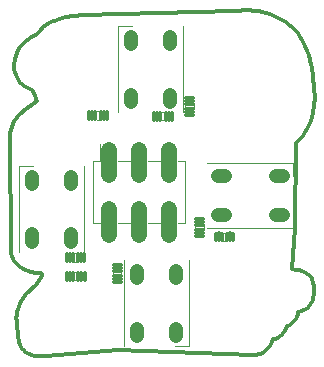
<source format=gbr>
%TF.GenerationSoftware,KiCad,Pcbnew,8.0.0*%
%TF.CreationDate,2024-03-08T11:25:02-06:00*%
%TF.ProjectId,untitled,756e7469-746c-4656-942e-6b696361645f,rev?*%
%TF.SameCoordinates,Original*%
%TF.FileFunction,Soldermask,Bot*%
%TF.FilePolarity,Negative*%
%FSLAX46Y46*%
G04 Gerber Fmt 4.6, Leading zero omitted, Abs format (unit mm)*
G04 Created by KiCad (PCBNEW 8.0.0) date 2024-03-08 11:25:02*
%MOMM*%
%LPD*%
G01*
G04 APERTURE LIST*
%ADD10C,0.119990*%
%ADD11C,1.000000*%
%ADD12C,0.279400*%
%ADD13C,0.900000*%
%ADD14C,1.315090*%
%ADD15C,0.516890*%
%ADD16C,0.358140*%
%ADD17C,1.216030*%
%ADD18C,0.375920*%
G04 APERTURE END LIST*
D10*
X4166770Y16458790D02*
X4166770Y17898800D01*
X4166770Y16458790D02*
X3596770Y16458790D01*
X3596770Y11258780D02*
X3596770Y16458790D01*
X6706770Y16458790D02*
X5686780Y16458790D01*
X9246770Y16458790D02*
X8226780Y16458790D01*
X11336780Y16458790D02*
X10766780Y16458790D01*
X11336780Y11258780D02*
X11336780Y16458790D01*
X4166770Y11258780D02*
X3596770Y11258780D01*
X6706770Y11258780D02*
X5686780Y11258780D01*
X9246770Y11258780D02*
X8226780Y11258780D01*
X11336780Y11258780D02*
X10766780Y11258780D01*
X11386770Y21010960D02*
X11386770Y21226630D01*
X12106780Y21010960D02*
X12106780Y21226630D01*
X9398940Y20638800D02*
X9614610Y20638800D01*
X9398940Y19918780D02*
X9614610Y19918780D01*
X12956770Y10956620D02*
X12956770Y10740950D01*
X12236780Y10956620D02*
X12236780Y10740950D01*
X5986780Y7076620D02*
X5986780Y6860950D01*
X5266770Y7076620D02*
X5266770Y6860950D01*
X14844600Y9698790D02*
X14628930Y9698790D01*
X14844600Y10418780D02*
X14628930Y10418780D01*
X2234620Y6378780D02*
X2018940Y6378780D01*
X2234620Y7098790D02*
X2018940Y7098790D01*
X3898950Y20708800D02*
X4114620Y20708800D01*
X3898950Y19988780D02*
X4114620Y19988780D01*
X2224610Y7938800D02*
X2008940Y7938800D01*
X2224610Y8658780D02*
X2008940Y8658780D01*
X11216770Y27918790D02*
X11216770Y20618780D01*
X5716780Y27918790D02*
X5716780Y20618780D01*
X6866760Y27918790D02*
X5716780Y27918790D01*
X20536760Y10858780D02*
X13236780Y10858780D01*
X20536760Y16358790D02*
X13236780Y16358790D01*
X20536760Y15208780D02*
X20536760Y16358790D01*
X6186780Y798780D02*
X6186780Y8098790D01*
X11686770Y798780D02*
X11686770Y8098790D01*
X10536780Y798780D02*
X11686770Y798780D01*
X2836770Y16068780D02*
X2836770Y8768790D01*
X-2663220Y16068780D02*
X-2663220Y8768790D01*
X-1513230Y16068780D02*
X-2663220Y16068780D01*
D11*
X4926740Y15308810D02*
X4926740Y17458820D01*
X4926740Y10258810D02*
X4926740Y12408810D01*
X7466740Y15308810D02*
X7466740Y17458820D01*
X7466740Y10258810D02*
X7466740Y12408810D01*
X10006740Y15308810D02*
X10006740Y17458820D01*
X10006740Y10258810D02*
X10006740Y12408810D01*
D12*
X11576580Y21598790D02*
X11916940Y21598790D01*
X11576580Y21738490D02*
X11916940Y21738490D01*
X11576580Y21459090D02*
X11916940Y21459090D01*
X11576580Y20638800D02*
X11916940Y20638800D01*
X11576580Y20778500D02*
X11916940Y20778500D01*
X11576580Y20499100D02*
X11916940Y20499100D01*
X9986770Y20108600D02*
X9986770Y20448960D01*
X9847070Y20108600D02*
X9847070Y20448960D01*
X10126470Y20108600D02*
X10126470Y20448960D01*
X9026780Y20108600D02*
X9026780Y20448960D01*
X8887080Y20108600D02*
X8887080Y20448960D01*
X9166480Y20108600D02*
X9166480Y20448960D01*
X12426590Y10368790D02*
X12766950Y10368790D01*
X12426590Y10508490D02*
X12766950Y10508490D01*
X12426590Y10229090D02*
X12766950Y10229090D01*
X12426590Y11328780D02*
X12766950Y11328780D01*
X12426590Y11468480D02*
X12766950Y11468480D01*
X12426590Y11189080D02*
X12766950Y11189080D01*
X5456610Y6488790D02*
X5796970Y6488790D01*
X5456610Y6628490D02*
X5796970Y6628490D01*
X5456610Y6349090D02*
X5796970Y6349090D01*
X5456610Y7448780D02*
X5796970Y7448780D01*
X5456610Y7588480D02*
X5796970Y7588480D01*
X5456610Y7309080D02*
X5796970Y7309080D01*
X14256770Y9888600D02*
X14256770Y10228960D01*
X14117070Y9888600D02*
X14117070Y10228960D01*
X14396470Y9888600D02*
X14396470Y10228960D01*
X15216780Y9888600D02*
X15216780Y10228960D01*
X15077080Y9888600D02*
X15077080Y10228960D01*
X15356480Y9888600D02*
X15356480Y10228960D01*
X1646780Y6568620D02*
X1646780Y6908980D01*
X1507080Y6568620D02*
X1507080Y6908980D01*
X1786480Y6568620D02*
X1786480Y6908980D01*
X2606780Y6568620D02*
X2606780Y6908980D01*
X2467080Y6568620D02*
X2467080Y6908980D01*
X2746480Y6568620D02*
X2746480Y6908980D01*
X4486780Y20178600D02*
X4486780Y20518960D01*
X4347080Y20178600D02*
X4347080Y20518960D01*
X4626480Y20178600D02*
X4626480Y20518960D01*
X3526760Y20178600D02*
X3526760Y20518960D01*
X3387060Y20178600D02*
X3387060Y20518960D01*
X3666460Y20178600D02*
X3666460Y20518960D01*
X1636780Y8128610D02*
X1636780Y8468970D01*
X1497080Y8128610D02*
X1497080Y8468970D01*
X1776480Y8128610D02*
X1776480Y8468970D01*
X2596770Y8128610D02*
X2596770Y8468970D01*
X2457070Y8128610D02*
X2457070Y8468970D01*
X2736470Y8128610D02*
X2736470Y8468970D01*
D13*
X10116740Y21518800D02*
X10116740Y22118800D01*
X6816750Y21518800D02*
X6816750Y22118800D01*
X6816750Y26418820D02*
X6816750Y27018820D01*
X10116740Y26418820D02*
X10116740Y27018820D01*
X14136750Y11958800D02*
X14736750Y11958800D01*
X14136750Y15258820D02*
X14736750Y15258820D01*
X19036740Y15258820D02*
X19636740Y15258820D01*
X19036740Y11958800D02*
X19636740Y11958800D01*
X7286750Y6598820D02*
X7286750Y7198820D01*
X10586750Y6598820D02*
X10586750Y7198820D01*
X10586750Y1698800D02*
X10586750Y2298800D01*
X7286750Y1698800D02*
X7286750Y2298800D01*
X1736750Y9668810D02*
X1736750Y10268810D01*
X-1563240Y9668810D02*
X-1563240Y10268810D01*
X-1563240Y14568810D02*
X-1563240Y15168800D01*
X1736750Y14568810D02*
X1736750Y15168800D01*
D14*
X4926740Y15308430D02*
X4926740Y17459170D01*
X4926740Y10258430D02*
X4926740Y12409170D01*
X7466740Y15308430D02*
X7466740Y17459170D01*
X7466740Y10258430D02*
X7466740Y12409170D01*
X10006740Y15308430D02*
X10006740Y17459170D01*
X10006740Y10258430D02*
X10006740Y12409170D01*
D15*
X11536270Y21598790D02*
X11957280Y21598790D01*
D16*
X11456900Y21857230D02*
X12036650Y21857230D01*
X11456900Y21340340D02*
X12036650Y21340340D01*
D15*
X11536270Y20638800D02*
X11957280Y20638800D01*
D16*
X11456900Y20897240D02*
X12036650Y20897240D01*
X11456900Y20380350D02*
X12036650Y20380350D01*
D15*
X9986770Y20068260D02*
X9986770Y20489270D01*
D16*
X9728330Y19988890D02*
X9728330Y20568640D01*
X10245220Y19988890D02*
X10245220Y20568640D01*
D15*
X9026780Y20068260D02*
X9026780Y20489270D01*
D16*
X8768330Y19988890D02*
X8768330Y20568640D01*
X9285220Y19988890D02*
X9285220Y20568640D01*
D15*
X12386280Y10368790D02*
X12807290Y10368790D01*
D16*
X12306910Y10627230D02*
X12886660Y10627230D01*
X12306910Y10110340D02*
X12886660Y10110340D01*
D15*
X12386280Y11328780D02*
X12807290Y11328780D01*
D16*
X12306910Y11587230D02*
X12886660Y11587230D01*
X12306910Y11070340D02*
X12886660Y11070340D01*
D15*
X5416300Y6488790D02*
X5837300Y6488790D01*
D16*
X5336920Y6747230D02*
X5916680Y6747230D01*
X5336920Y6230340D02*
X5916680Y6230340D01*
D15*
X5416300Y7448780D02*
X5837300Y7448780D01*
D16*
X5336920Y7707220D02*
X5916680Y7707220D01*
X5336920Y7190330D02*
X5916680Y7190330D01*
D15*
X14256770Y9848270D02*
X14256770Y10269270D01*
D16*
X13998320Y9768890D02*
X13998320Y10348650D01*
X14515210Y9768890D02*
X14515210Y10348650D01*
D15*
X15216780Y9848270D02*
X15216780Y10269270D01*
D16*
X14958340Y9768890D02*
X14958340Y10348650D01*
X15475230Y9768890D02*
X15475230Y10348650D01*
D15*
X1646780Y6528280D02*
X1646780Y6949290D01*
D16*
X1388340Y6448910D02*
X1388340Y7028660D01*
X1905230Y6448910D02*
X1905230Y7028660D01*
D15*
X2606780Y6528280D02*
X2606780Y6949290D01*
D16*
X2348330Y6448910D02*
X2348330Y7028660D01*
X2865220Y6448910D02*
X2865220Y7028660D01*
D15*
X4486780Y20138260D02*
X4486780Y20559270D01*
D16*
X4228340Y20058890D02*
X4228340Y20638640D01*
X4745230Y20058890D02*
X4745230Y20638640D01*
D15*
X3526760Y20138260D02*
X3526760Y20559270D01*
D16*
X3268320Y20058890D02*
X3268320Y20638640D01*
X3785210Y20058890D02*
X3785210Y20638640D01*
D15*
X1636780Y8088300D02*
X1636780Y8509300D01*
D16*
X1378330Y8008920D02*
X1378330Y8588680D01*
X1895220Y8008920D02*
X1895220Y8588680D01*
D15*
X2596770Y8088300D02*
X2596770Y8509300D01*
D16*
X2338320Y8008920D02*
X2338320Y8588680D01*
X2855210Y8008920D02*
X2855210Y8588680D01*
D17*
X10116740Y21518750D02*
X10116740Y22118830D01*
X6816750Y21518750D02*
X6816750Y22118830D01*
X6816750Y26418790D02*
X6816750Y27018870D01*
X10116740Y26418790D02*
X10116740Y27018870D01*
X14136700Y11958800D02*
X14736780Y11958800D01*
X14136700Y15258820D02*
X14736780Y15258820D01*
X19036690Y15258820D02*
X19636770Y15258820D01*
X19036690Y11958800D02*
X19636770Y11958800D01*
X7286750Y6598770D02*
X7286750Y7198840D01*
X10586750Y6598770D02*
X10586750Y7198840D01*
X10586750Y1698780D02*
X10586750Y2298850D01*
X7286750Y1698780D02*
X7286750Y2298850D01*
X1736750Y9668790D02*
X1736750Y10268860D01*
X-1563240Y9668790D02*
X-1563240Y10268860D01*
X-1563240Y14568780D02*
X-1563240Y15168850D01*
X1736750Y14568780D02*
X1736750Y15168850D01*
D18*
X-2680230Y1192780D02*
X-2722400Y1353920D01*
X-2722400Y1353920D02*
X-2753390Y1517600D01*
X-2753390Y1517600D02*
X-2892780Y2963700D01*
X-2892780Y2963700D02*
X-2899490Y3223620D01*
X-2899490Y3223620D02*
X-2881150Y3482980D01*
X-2881150Y3482980D02*
X-2837970Y3739360D01*
X-2837970Y3739360D02*
X-2770280Y3990390D01*
X-2770280Y3990390D02*
X-2716050Y4142940D01*
X-2716050Y4142940D02*
X-2592300Y4426410D01*
X-2592300Y4426410D02*
X-2446020Y4698900D01*
X-2446020Y4698900D02*
X-2278150Y4958690D01*
X-2278150Y4958690D02*
X-2094180Y5198750D01*
X-2094180Y5198750D02*
X-1284450Y6006670D01*
X-1284450Y6006670D02*
X-773020Y6781110D01*
X-773020Y6781110D02*
X-751460Y6871610D01*
X-751460Y6871610D02*
X-749940Y6894830D01*
X-749940Y6894830D02*
X-759430Y6940880D01*
X-759430Y6940880D02*
X-790800Y6975910D01*
X-790800Y6975910D02*
X-835530Y6990410D01*
X-835530Y6990410D02*
X-875590Y6983220D01*
X-875590Y6983220D02*
X-968040Y6980100D01*
X-968040Y6980100D02*
X-1167640Y6991020D01*
X-1167640Y6991020D02*
X-1303220Y7012970D01*
X-1303220Y7012970D02*
X-1879500Y7151670D01*
X-1879500Y7151670D02*
X-2110410Y7233720D01*
X-2110410Y7233720D02*
X-2331770Y7338870D01*
X-2331770Y7338870D02*
X-2450740Y7407530D01*
X-2450740Y7407530D02*
X-2631340Y7532780D01*
X-2631340Y7532780D02*
X-2796510Y7677760D01*
X-2796510Y7677760D02*
X-2944110Y7840570D01*
X-2944110Y7840570D02*
X-3072230Y8019140D01*
X-3072230Y8019140D02*
X-3179220Y8211110D01*
X-3179220Y8211110D02*
X-3263670Y8414000D01*
X-3263670Y8414000D02*
X-3324480Y8625180D01*
X-3324480Y8625180D02*
X-3360880Y8841920D01*
X-3360880Y8841920D02*
X-3369670Y8949720D01*
X-3369670Y8949720D02*
X-3447240Y18547770D01*
X-3447240Y18547770D02*
X-3419500Y18818560D01*
X-3419500Y18818560D02*
X-3367000Y19085660D01*
X-3367000Y19085660D02*
X-3290160Y19346820D01*
X-3290160Y19346820D02*
X-3189630Y19599780D01*
X-3189630Y19599780D02*
X-3066290Y19842450D01*
X-3066290Y19842450D02*
X-2921150Y20072760D01*
X-2921150Y20072760D02*
X-2755470Y20288730D01*
X-2755470Y20288730D02*
X-2570610Y20488550D01*
X-2570610Y20488550D02*
X-2368170Y20670550D01*
X-2368170Y20670550D02*
X-2306750Y20719520D01*
X-2306750Y20719520D02*
X-1227200Y21512170D01*
X-1227200Y21512170D02*
X-1200380Y21557770D01*
X-1200380Y21557770D02*
X-1195480Y21594850D01*
X-1195480Y21594850D02*
X-1206470Y21682710D01*
X-1206470Y21682710D02*
X-1249650Y21827240D01*
X-1249650Y21827240D02*
X-1313330Y21986040D01*
X-1313330Y21986040D02*
X-1519990Y22376490D01*
X-1519990Y22376490D02*
X-1603650Y22491700D01*
X-1603650Y22491700D02*
X-1712870Y22577090D01*
X-1712870Y22577090D02*
X-2242390Y22872320D01*
X-2242390Y22872320D02*
X-2409600Y22991880D01*
X-2409600Y22991880D02*
X-2561030Y23130870D01*
X-2561030Y23130870D02*
X-2694460Y23287230D01*
X-2694460Y23287230D02*
X-2807870Y23458680D01*
X-2807870Y23458680D02*
X-2868930Y23574650D01*
X-2868930Y23574650D02*
X-2957370Y23778690D01*
X-2957370Y23778690D02*
X-3022320Y23991390D01*
X-3022320Y23991390D02*
X-3062940Y24210040D01*
X-3062940Y24210040D02*
X-3078710Y24431850D01*
X-3078710Y24431850D02*
X-3078910Y24453620D01*
X-3078910Y24453620D02*
X-3065420Y24743710D01*
X-3065420Y24743710D02*
X-3026990Y25031550D01*
X-3026990Y25031550D02*
X-3001750Y25159110D01*
X-3001750Y25159110D02*
X-2933190Y25411150D01*
X-2933190Y25411150D02*
X-2840810Y25655450D01*
X-2840810Y25655450D02*
X-2725420Y25889790D01*
X-2725420Y25889790D02*
X-2588130Y26111990D01*
X-2588130Y26111990D02*
X-2430200Y26320040D01*
X-2430200Y26320040D02*
X-2285420Y26479600D01*
X-2285420Y26479600D02*
X-2079240Y26671240D01*
X-2079240Y26671240D02*
X-1856870Y26843790D01*
X-1856870Y26843790D02*
X-1755700Y26912420D01*
X-1755700Y26912420D02*
X-1154020Y27237560D01*
X-1154020Y27237560D02*
X-912980Y27534160D01*
X-912980Y27534160D02*
X-634420Y27796010D01*
X-634420Y27796010D02*
X-377110Y27985670D01*
X-377110Y27985670D02*
X-105770Y28154580D01*
X-105770Y28154580D02*
X178000Y28301720D01*
X178000Y28301720D02*
X354760Y28379700D01*
X354760Y28379700D02*
X690170Y28503580D01*
X690170Y28503580D02*
X1033450Y28603650D01*
X1033450Y28603650D02*
X1210540Y28645280D01*
X1210540Y28645280D02*
X2771620Y28822140D01*
X2771620Y28822140D02*
X15542950Y29176400D01*
X15542950Y29176400D02*
X15962120Y29220640D01*
X15962120Y29220640D02*
X16383200Y29239920D01*
X16383200Y29239920D02*
X16804670Y29234130D01*
X16804670Y29234130D02*
X17225060Y29203290D01*
X17225060Y29203290D02*
X17642870Y29147540D01*
X17642870Y29147540D02*
X17904310Y29099660D01*
X17904310Y29099660D02*
X18258790Y29016330D01*
X18258790Y29016330D02*
X18606720Y28908810D01*
X18606720Y28908810D02*
X18946420Y28777640D01*
X18946420Y28777640D02*
X19276260Y28623410D01*
X19276260Y28623410D02*
X19594750Y28446860D01*
X19594750Y28446860D02*
X19896100Y28251760D01*
X19896100Y28251760D02*
X20174860Y28039290D01*
X20174860Y28039290D02*
X20437750Y27807440D01*
X20437750Y27807440D02*
X20683400Y27557370D01*
X20683400Y27557370D02*
X20910550Y27290420D01*
X20910550Y27290420D02*
X21118040Y27007950D01*
X21118040Y27007950D02*
X21304830Y26711330D01*
X21304830Y26711330D02*
X21377710Y26581400D01*
X21377710Y26581400D02*
X21565180Y26208480D01*
X21565180Y26208480D02*
X21729950Y25824990D01*
X21729950Y25824990D02*
X21871410Y25432280D01*
X21871410Y25432280D02*
X21989030Y25031830D01*
X21989030Y25031830D02*
X22082400Y24625020D01*
X22082400Y24625020D02*
X22110880Y24472440D01*
X22110880Y24472440D02*
X22355380Y21859090D01*
X22355380Y21859090D02*
X22309890Y21199600D01*
X22309890Y21199600D02*
X22197360Y20548630D01*
X22197360Y20548630D02*
X22110090Y20204250D01*
X22110090Y20204250D02*
X21998760Y19866860D01*
X21998760Y19866860D02*
X21863910Y19538190D01*
X21863910Y19538190D02*
X21706260Y19219820D01*
X21706260Y19219820D02*
X21526530Y18913370D01*
X21526530Y18913370D02*
X21340140Y18640040D01*
X21340140Y18640040D02*
X21126810Y18367880D01*
X21126810Y18367880D02*
X20894340Y18111880D01*
X20894340Y18111880D02*
X20812660Y18030240D01*
X20812660Y18030240D02*
X20666080Y10774220D01*
X20666080Y10774220D02*
X20459780Y7328920D01*
X20459780Y7328920D02*
X20744000Y7299780D01*
X20744000Y7299780D02*
X21024600Y7245830D01*
X21024600Y7245830D02*
X21273820Y7175930D01*
X21273820Y7175930D02*
X21468160Y7101840D01*
X21468160Y7101840D02*
X21652200Y7004910D01*
X21652200Y7004910D02*
X21721670Y6960490D01*
X21721670Y6960490D02*
X21859980Y6853500D01*
X21859980Y6853500D02*
X21981570Y6727850D01*
X21981570Y6727850D02*
X22083980Y6586140D01*
X22083980Y6586140D02*
X22165130Y6431250D01*
X22165130Y6431250D02*
X22223300Y6266360D01*
X22223300Y6266360D02*
X22247660Y6158740D01*
X22247660Y6158740D02*
X22282890Y5917440D01*
X22282890Y5917440D02*
X22293220Y5678960D01*
X22293220Y5678960D02*
X22259470Y5144110D01*
X22259470Y5144110D02*
X22224540Y4932550D01*
X22224540Y4932550D02*
X22171180Y4722520D01*
X22171180Y4722520D02*
X22093960Y4520060D01*
X22093960Y4520060D02*
X22078900Y4487340D01*
X22078900Y4487340D02*
X21990990Y4331490D01*
X21990990Y4331490D02*
X21882200Y4189450D01*
X21882200Y4189450D02*
X21754640Y4063970D01*
X21754640Y4063970D02*
X21610850Y3957500D01*
X21610850Y3957500D02*
X21453580Y3872150D01*
X21453580Y3872150D02*
X21414510Y3855140D01*
X21414510Y3855140D02*
X21204400Y3782190D01*
X21204400Y3782190D02*
X20987410Y3733290D01*
X20987410Y3733290D02*
X20966940Y3729990D01*
X20966940Y3729990D02*
X20920860Y3517700D01*
X20920860Y3517700D02*
X20850660Y3312130D01*
X20850660Y3312130D02*
X20831230Y3266160D01*
X20831230Y3266160D02*
X20746540Y3102280D01*
X20746540Y3102280D02*
X20640450Y2951330D01*
X20640450Y2951330D02*
X20640120Y2950950D01*
X20640120Y2950950D02*
X20518910Y2821610D01*
X20518910Y2821610D02*
X20380680Y2710660D01*
X20380680Y2710660D02*
X20228200Y2620260D01*
X20228200Y2620260D02*
X20064530Y2552240D01*
X20064530Y2552240D02*
X20042400Y2545050D01*
X20042400Y2545050D02*
X19952540Y2332990D01*
X19952540Y2332990D02*
X19840190Y2131900D01*
X19840190Y2131900D02*
X19809210Y2084350D01*
X19809210Y2084350D02*
X19686190Y1921790D01*
X19686190Y1921790D02*
X19544180Y1775560D01*
X19544180Y1775560D02*
X19385310Y1647830D01*
X19385310Y1647830D02*
X19212000Y1540540D01*
X19212000Y1540540D02*
X19026810Y1455290D01*
X19026810Y1455290D02*
X18832600Y1393420D01*
X18832600Y1393420D02*
X18811930Y1388340D01*
X18811930Y1388340D02*
X18731050Y1167870D01*
X18731050Y1167870D02*
X18627140Y957280D01*
X18627140Y957280D02*
X18529350Y799130D01*
X18529350Y799130D02*
X18407020Y639110D01*
X18407020Y639110D02*
X18265780Y495500D01*
X18265780Y495500D02*
X18107790Y370510D01*
X18107790Y370510D02*
X17935550Y266090D01*
X17935550Y266090D02*
X17751650Y183850D01*
X17751650Y183850D02*
X17619170Y140590D01*
X17619170Y140590D02*
X17387930Y83870D01*
X17387930Y83870D02*
X17151990Y51770D01*
X17151990Y51770D02*
X17097300Y47900D01*
X17097300Y47900D02*
X5662520Y483290D01*
X5662520Y483290D02*
X-383290Y-22630D01*
X-383290Y-22630D02*
X-1119350Y-17880D01*
X-1119350Y-17880D02*
X-1389200Y14630D01*
X-1389200Y14630D02*
X-1609140Y63500D01*
X-1609140Y63500D02*
X-1822270Y136500D01*
X-1822270Y136500D02*
X-1843960Y145440D01*
X-1843960Y145440D02*
X-2003370Y224430D01*
X-2003370Y224430D02*
X-2150140Y325020D01*
X-2150140Y325020D02*
X-2281350Y445190D01*
X-2281350Y445190D02*
X-2394380Y582600D01*
X-2394380Y582600D02*
X-2484700Y730020D01*
X-2484700Y730020D02*
X-2584020Y939270D01*
X-2584020Y939270D02*
X-2660170Y1157990D01*
X-2660170Y1157990D02*
X-2667410Y1183670D01*
X-2667410Y1183670D02*
X-2680230Y1192780D01*
X-2671320Y1202560D02*
X-2672490Y1206500D01*
M02*

</source>
